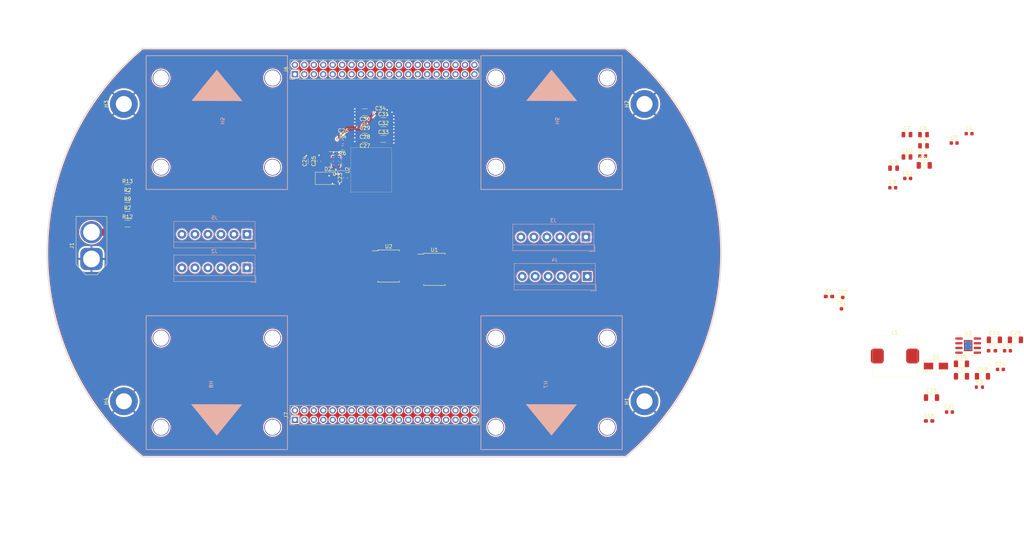
<source format=kicad_pcb>
(kicad_pcb (version 20211014) (generator pcbnew)
  (layers (0 "F.Cu" signal) (31 "B.Cu" power) (34 "B.Paste" user) (35 "F.Paste" user) (36 "B.SilkS" user "B.Silkscreen") (37 "F.SilkS" user "F.Silkscreen") (38 "B.Mask" user) (39 "F.Mask" user) (44 "Edge.Cuts" user))
  (net 0 "")
  (net 3 "+12V")
  (net 4 "GND")
  (net 5 "+5V")
  (net 6 "Net-(C12-Pad1)")
  (net 7 "PWMB_1")
  (net 8 "BIN2_1")
  (net 9 "BIN1_1")
  (net 10 "STBY_1")
  (net 11 "AIN1_1")
  (net 12 "AIN2_1")
  (net 13 "PWMA_1")
  (net 14 "+3V3")
  (net 15 "/Black_1")
  (net 16 "/Blue_1")
  (net 17 "/Green_1")
  (net 18 "PWMB_2")
  (net 19 "BIN2_2")
  (net 20 "BIN1_2")
  (net 21 "STBY_2")
  (net 22 "AIN1_2")
  (net 23 "AIN2_2")
  (net 24 "PWMA_2")
  (net 25 "/yellow_1")
  (net 26 "/AO2_1")
  (net 27 "/AO1_1")
  (net 28 "/Black_2")
  (net 29 "/Blue_2")
  (net 30 "/Green_2")
  (net 31 "/yellow_2")
  (net 32 "/BO2_1")
  (net 33 "/BO1_1")
  (net 34 "/Black_3")
  (net 35 "/Blue_3")
  (net 36 "/Green_3")
  (net 37 "/yellow_3")
  (net 38 "/AO2_2")
  (net 39 "/AO1_2")
  (net 40 "/Black_4")
  (net 41 "/Blue_4")
  (net 42 "/Green_4")
  (net 43 "/yellow_4")
  (net 44 "/BO2_2")
  (net 45 "/BO1_2")
  (net 126 "Net-(J1-Pad2)")
  (net 127 "/5v_FB")
  (net 130 "Net-(C12-Pad2)")
  (net 131 "Net-(C23-Pad1)")
  (net 132 "Net-(C23-Pad2)")
  (net 133 "Net-(U3-Pad5)")
  (net 134 "Net-(TP2-Pad1)")
  (net 139 "/3v3_FB")
  (footprint "Z_mycustom_footprint_lib:Inductor SMD,11.6x10.1x4mm" (layer "F.Cu") (at 252.345 132.82)
    (fp_text reference "L1")
    (fp_text value "15u")
  )
  (footprint "Capacitor_SMD:C_0603_1608Metric" (layer "F.Cu") (at 259.8 79)
    (fp_text reference "C2")
    (fp_text value "100n")
  )
  (footprint "Capacitor_SMD:C_1206_3216Metric" (layer "F.Cu") (at 109.8 69.6 180)
    (fp_text reference "C29")
    (fp_text value "47u")
  )
  (footprint "Capacitor_SMD:C_0603_1608Metric" (layer "F.Cu") (at 267 147.9)
    (fp_text reference "C21")
    (fp_text value "100n")
  )
  (footprint "Capacitor_SMD:C_1206_3216Metric" (layer "F.Cu") (at 275.87 138.27)
    (fp_text reference "C18")
    (fp_text value "47u")
  )
  (footprint "Resistor_SMD:R_0603_1608Metric" (layer "F.Cu") (at 103.9 75.2)
    (fp_text reference "R4")
    (fp_text value "10k")
  )
  (footprint "Resistor_SMD:R_0603_1608Metric_Pad0.98x0.95mm_HandSolder" (layer "F.Cu") (at 278.42 131.4)
    (fp_text reference "R5")
    (fp_text value "3k24")
  )
  (footprint "Capacitor_SMD:C_1206_3216Metric" (layer "F.Cu") (at 95.475 80.395 90)
    (fp_text reference "C24")
    (fp_text value "47u")
  )
  (footprint "MountingHole:MountingHole_4.3mm_M4_DIN965_Pad_TopBottom" (layer "F.Cu") (at 45 65 90)
    (fp_text reference "H3")
    (fp_text value "Hole")
  )
  (footprint "Capacitor_SMD:C_0805_2012Metric" (layer "F.Cu") (at 255.57 79.25)
    (fp_text reference "C10")
    (fp_text value "22u")
  )
  (footprint "Resistor_SMD:R_0603_1608Metric_Pad0.98x0.95mm_HandSolder" (layer "F.Cu") (at 103.8 76.8 180)
    (fp_text reference "R6")
    (fp_text value "5k9")
  )
  (footprint "Capacitor_SMD:C_1206_3216Metric" (layer "F.Cu") (at 260.21 81.51)
    (fp_text reference "C22")
    (fp_text value "47u")
  )
  (footprint "Capacitor_SMD:C_0603_1608Metric" (layer "F.Cu") (at 251.75 87.53)
    (fp_text reference "C8")
    (fp_text value "100n")
  )
  (footprint "Resistor_SMD:R_1206_3216Metric_Pad1.30x1.75mm_HandSolder" (layer "F.Cu") (at 46 92.4)
    (fp_text reference "R9")
    (fp_text value "0.1")
  )
  (footprint "Capacitor_SMD:C_0805_2012Metric" (layer "F.Cu") (at 251.97 82.26)
    (fp_text reference "C3")
    (fp_text value "22u")
  )
  (footprint "Package_SO:SSOP-24_5.3x8.2mm_P0.65mm" (layer "F.Cu") (at 128.5 109.5)
    (fp_text reference "U1")
    (fp_text value "TB6612FNG")
  )
  (footprint "Resistor_SMD:R_0603_1608Metric" (layer "F.Cu") (at 275.05 141.2)
    (fp_text reference "R3")
    (fp_text value "10k")
  )
  (footprint "Resistor_SMD:R_1206_3216Metric_Pad1.30x1.75mm_HandSolder" (layer "F.Cu") (at 46 94.8)
    (fp_text reference "R7")
    (fp_text value "0.1")
  )
  (footprint "Capacitor_SMD:C_0603_1608Metric" (layer "F.Cu") (at 268.26 75.49)
    (fp_text reference "C5")
    (fp_text value "100n")
  )
  (footprint "Capacitor_SMD:C_1206_3216Metric" (layer "F.Cu") (at 109.8 67.2 180)
    (fp_text reference "C30")
    (fp_text value "47u")
  )
  (footprint "Capacitor_SMD:C_0805_2012Metric" (layer "F.Cu") (at 260.02 73.23)
    (fp_text reference "C6")
    (fp_text value "22u")
  )
  (footprint "Package_SO:SSOP-24_5.3x8.2mm_P0.65mm" (layer "F.Cu") (at 116.2 108.6)
    (fp_text reference "U2")
    (fp_text value "TB6612FNG")
  )
  (footprint "Capacitor_SMD:C_0603_1608Metric" (layer "F.Cu") (at 104.575 84.895 90)
    (fp_text reference "C23")
    (fp_text value "100n")
  )
  (footprint "Diode_SMD:D_SMA" (layer "F.Cu") (at 263.37 135.52)
    (fp_text reference "D1")
    (fp_text value "D")
  )
  (footprint "Z_mycustom_footprint_lib:Inductor SMD,11.6x10.1x4mm" (layer "F.Cu") (at 111.475 82.695 90)
    (fp_text reference "L2")
    (fp_text value "15u")
  )
  (footprint "Capacitor_SMD:C_0603_1608Metric" (layer "F.Cu") (at 280.7 136.42)
    (fp_text reference "C14")
    (fp_text value "100n")
  )
  (footprint "Capacitor_SMD:C_0805_2012Metric" (layer "F.Cu") (at 260.02 76.24)
    (fp_text reference "C9")
    (fp_text value "22u")
  )
  (footprint "Capacitor_SMD:C_0603_1608Metric" (layer "F.Cu") (at 255.76 85.02)
    (fp_text reference "C11")
    (fp_text value "100n")
  )
  (footprint "Capacitor_SMD:C_1206_3216Metric" (layer "F.Cu") (at 270.22 138.27)
    (fp_text reference "C17")
    (fp_text value "47u")
  )
  (footprint "Capacitor_SMD:C_0603_1608Metric" (layer "F.Cu") (at 272.27 72.98)
    (fp_text reference "C4")
    (fp_text value "100n")
  )
  (footprint "MountingHole:MountingHole_4.3mm_M4_DIN965_Pad_TopBottom" (layer "F.Cu") (at 185 145 90)
    (fp_text reference "H1")
    (fp_text value "Hole")
  )
  (footprint "Capacitor_SMD:C_0603_1608Metric_Pad1.08x0.95mm_HandSolder" (layer "F.Cu") (at 261.52 150.3)
    (fp_text reference "C16")
    (fp_text value "1n5")
  )
  (footprint "Capacitor_SMD:C_0603_1608Metric" (layer "F.Cu") (at 114 67.6)
    (fp_text reference "C34")
    (fp_text value "100n")
  )
  (footprint "Capacitor_SMD:C_0603_1608Metric" (layer "F.Cu") (at 97.475 80.395 90)
    (fp_text reference "C25")
    (fp_text value "100n")
  )
  (footprint "Capacitor_SMD:C_0603_1608Metric" (layer "F.Cu") (at 282.6 131.4)
    (fp_text reference "C12")
    (fp_text value "100n")
  )
  (footprint "Package_SO:SOIC-8-1EP_3.9x4.9mm_P1.27mm_EP2.29x3mm_ThermalVias" (layer "F.Cu") (at 102.075 80.395 180)
    (fp_text reference "U4")
    (fp_text value "TPS5430DDAR")
  )
  (footprint "MountingHole:MountingHole_4.3mm_M4_DIN965_Pad_TopBottom" (layer "F.Cu") (at 45 145 90)
    (fp_text reference "H4")
    (fp_text value "Hole")
  )
  (footprint "Connector_PinHeader_2.54mm:PinHeader_2x20_P2.54mm_Vertical" (layer "F.Cu") (at 91 57 90)
    (fp_text reference "J6")
    (fp_text value "Conn_02x20_Odd_Even")
  )
  (footprint "Resistor_SMD:R_1206_3216Metric_Pad1.30x1.75mm_HandSolder" (layer "F.Cu") (at 46 97.2)
    (fp_text reference "R12")
    (fp_text value "0.1")
  )
  (footprint "Capacitor_SMD:C_1206_3216Metric" (layer "F.Cu") (at 270.22 134.92)
    (fp_text reference "C19")
    (fp_text value "47u")
  )
  (footprint "TestPoint:TestPoint_Pad_D1.0mm" (layer "F.Cu") (at 238.3 117.07)
    (fp_text reference "TP2")
    (fp_text value "TestPoint")
  )
  (footprint "Capacitor_SMD:C_0603_1608Metric_Pad1.08x0.95mm_HandSolder" (layer "F.Cu") (at 104 73.6)
    (fp_text reference "C26")
    (fp_text value "1n5")
  )
  (footprint "Capacitor_SMD:C_1206_3216Metric" (layer "F.Cu") (at 114.8 74.4)
    (fp_text reference "C33")
    (fp_text value "47u")
  )
  (footprint "Capacitor_SMD:C_1206_3216Metric" (layer "F.Cu") (at 284.72 128.47)
    (fp_text reference "C20")
    (fp_text value "47u")
  )
  (footprint "Capacitor_SMD:C_1206_3216Metric" (layer "F.Cu") (at 114.8 69.6)
    (fp_text reference "C31")
    (fp_text value "47u")
  )
  (footprint "TestPoint:TestPoint_Pad_D1.0mm" (layer "F.Cu") (at 237.96 120.12)
    (fp_text reference "TP1")
    (fp_text value "TestPoint")
  )
  (footprint "Capacitor_SMD:C_1206_3216Metric" (layer "F.Cu") (at 109.8 72 180)
    (fp_text reference "C28")
    (fp_text value "47u")
  )
  (footprint "Capacitor_SMD:C_0805_2012Metric" (layer "F.Cu") (at 255.57 73.23)
    (fp_text reference "C7")
    (fp_text value "22u")
  )
  (footprint "Capacitor_SMD:C_1206_3216Metric" (layer "F.Cu") (at 114.8 72)
    (fp_text reference "C32")
    (fp_text value "47u")
  )
  (footprint "Resistor_SMD:R_1206_3216Metric_Pad1.30x1.75mm_HandSolder" (layer "F.Cu") (at 46 87.6)
    (fp_text reference "R13")
    (fp_text value "0.1")
  )
  (footprint "Capacitor_SMD:C_1206_3216Metric" (layer "F.Cu") (at 109.8 74.4 180)
    (fp_text reference "C27")
    (fp_text value "47u")
  )
  (footprint "Package_SO:SOIC-8-1EP_3.9x4.9mm_P1.27mm_EP2.29x3mm_ThermalVias" (layer "F.Cu") (at 272.02 130.02)
    (fp_text reference "U3")
    (fp_text value "TPS5430DDAR")
  )
  (footprint "MountingHole:MountingHole_4.3mm_M4_DIN965_Pad_TopBottom" (layer "F.Cu") (at 185 65 90)
    (fp_text reference "H2")
    (fp_text value "Hole")
  )
  (footprint "Capacitor_SMD:C_1206_3216Metric" (layer "F.Cu") (at 262.17 144.02)
    (fp_text reference "C15")
    (fp_text value "47u")
  )
  (footprint "Resistor_SMD:R_1206_3216Metric_Pad1.30x1.75mm_HandSolder" (layer "F.Cu") (at 46 90)
    (fp_text reference "R2")
    (fp_text value "0.1")
  )
  (footprint "Capacitor_SMD:C_1206_3216Metric" (layer "F.Cu") (at 279.07 128.47)
    (fp_text reference "C13")
    (fp_text value "47u")
  )
  (footprint "Connector_PinHeader_2.54mm:PinHeader_2x20_P2.54mm_Vertical" (layer "F.Cu") (at 91 150 90)
    (fp_text reference "J7")
    (fp_text value "Conn_02x20_Odd_Even")
  )
  (footprint "Connector_AMASS:AMASS_XT60-M_1x02_P7.20mm_Vertical" (layer "F.Cu") (at 36.3 106.7 90)
    (fp_text reference "J1")
    (fp_text value "Conn_01x02")
  )
  (footprint "Diode_SMD:D_SMA" (layer "F.Cu") (at 99.875 84.995)
    (fp_text reference "D2")
    (fp_text value "D")
  )
  (footprint "Capacitor_SMD:C_0603_1608Metric_Pad1.08x0.95mm_HandSolder" (layer "F.Cu") (at 234.6 116.8)
    (fp_text reference "C1")
    (fp_text value "1n5")
  )
  (footprint "TerminalBlock_4Ucon:TerminalBlock_4Ucon_1x06_P3.50mm_Horizontal" (layer "B.Cu") (at 169.25 100.8 180)
    (fp_text reference "J3")
    (fp_text value "Screw_Terminal_01x06")
  )
  (footprint "TerminalBlock_4Ucon:TerminalBlock_4Ucon_1x06_P3.50mm_Horizontal" (layer "B.Cu") (at 78.1 100.05 180)
    (fp_text reference "J5")
    (fp_text value "Screw_Terminal_01x06")
  )
  (footprint "Z_mycustom_footprint_lib:JGA25-370 DC motor" (layer "B.Cu") (at 160 70 90)
    (fp_text reference "H6")
    (fp_text value "Motor")
  )
  (footprint "TerminalBlock_4Ucon:TerminalBlock_4Ucon_1x06_P3.50mm_Horizontal" (layer "B.Cu") (at 169.6 111.4 180)
    (fp_text reference "J4")
    (fp_text value "Screw_Terminal_01x06")
  )
  (footprint "TerminalBlock_4Ucon:TerminalBlock_4Ucon_1x06_P3.50mm_Horizontal" (layer "B.Cu") (at 78.1 109.1 180)
    (fp_text reference "J2")
    (fp_text value "Screw_Terminal_01x06")
  )
  (footprint "Z_mycustom_footprint_lib:JGA25-370 DC motor" (layer "B.Cu") (at 70 140 -90)
    (fp_text reference "H8")
    (fp_text value "Motor")
  )
  (footprint "Z_mycustom_footprint_lib:JGA25-370 DC motor" (layer "B.Cu") (at 70 70 90)
    (fp_text reference "H5")
    (fp_text value "Motor")
  )
  (footprint "Z_mycustom_footprint_lib:JGA25-370 DC motor" (layer "B.Cu") (at 160 140 -90)
    (fp_text reference "H7")
    (fp_text value "Motor")
  )
  (gr_arc locked (start 180 50) (mid 205.646921 105) (end 180 160) (layer "Edge.Cuts") (width 0.2))
  (gr_arc locked (start 50 160) (mid 24.353079 105) (end 50 50) (layer "Edge.Cuts") (width 0.2))
  (gr_line locked (start 50 50) (end 180 50) (layer "Edge.Cuts") (width 0.2))
  (gr_line locked (start 180 160) (end 50 160) (layer "Edge.Cuts") (width 0.2))
  (segment (start 89.2 90) (end 95.475 83.725) (width 1) (layer "F.Cu") (net 3))
  (segment (start 99.6 81.03) (end 96.315 81.03) (width 0.5) (layer "F.Cu") (net 3))
  (segment (start 96.315 81.03) (end 95.475 81.87) (width 0.5) (layer "F.Cu") (net 3))
  (segment (start 47.55 90) (end 89.2 90) (width 1) (layer "F.Cu") (net 3))
  (segment (start 95.475 83.725) (end 95.475 81.87) (width 1) (layer "F.Cu") (net 3))
  (segment (start 47.55 87.6) (end 47.55 97.2) (width 1) (layer "F.Cu") (net 3))
  (segment (start 97.475 79.62) (end 97.475 78.795) (width 0.5) (layer "F.Cu") (net 4))
  (segment (start 101.425 81.395) (end 101.425 84.545) (width 0.5) (layer "F.Cu") (net 4))
  (segment (start 102.725 81.395) (end 102.725 84.145) (width 0.5) (layer "F.Cu") (net 4))
  (segment (start 101.425 84.545) (end 101.875 84.995) (width 0.5) (layer "F.Cu") (net 4))
  (segment (start 99.6 79.76) (end 96.315 79.76) (width 0.5) (layer "F.Cu") (net 4))
  (segment (start 99.6 79.76) (end 101.44 79.76) (width 0.5) (layer "F.Cu") (net 4))
  (segment (start 95.475 78.92) (end 94.1 78.92) (width 0.5) (layer "F.Cu") (net 4))
  (segment (start 96.315 79.76) (end 95.475 78.92) (width 0.5) (layer "F.Cu") (net 4))
  (segment (start 102.725 84.145) (end 101.875 84.995) (width 0.5) (layer "F.Cu") (net 4))
  (segment (start 94.1 78.92) (end 94.075 78.895) (width 0.5) (layer "F.Cu") (net 4))
  (segment (start 101.44 79.76) (end 102.075 80.395) (width 0.5) (layer "F.Cu") (net 4))
  (via (at 117.6 74.6) (size 0.6) (drill 0.4) (layers "F.Cu" "B.Cu") (net 4))
  (via (at 107.1 67.1) (size 0.6) (drill 0.4) (layers "F.Cu" "B.Cu") (net 4))
  (via (at 117.6 73.7) (size 0.6) (drill 0.4) (layers "F.Cu" "B.Cu") (net 4))
  (via (at 101.4 78) (size 0.6) (drill 0.4) (layers "F.Cu" "B.Cu") (net 4))
  (via (at 107.1 70.8) (size 0.6) (drill 0.4) (layers "F.Cu" "B.Cu") (net 4))
  (via (at 97.475 78.795) (size 0.6) (drill 0.4) (layers "F.Cu" "B.Cu") (net 4))
  (via (at 107.1 66.3) (size 0.6) (drill 0.4) (layers "F.Cu" "B.Cu") (net 4))
  (via (at 115.9 67.9) (size 0.6) (drill 0.4) (layers "F.Cu" "B.Cu") (net 4))
  (via (at 107.1 72.2) (size 0.6) (drill 0.4) (layers "F.Cu" "B.Cu") (net 4))
  (via (at 107.1 69) (size 0.6) (drill 0.4) (layers "F.Cu" "B.Cu") (net 4))
  (via (at 103 86.5) (size 0.6) (drill 0.4) (layers "F.Cu" "B.Cu") (net 4))
  (via (at 100.2 84.3) (size 0.6) (drill 0.4) (layers "F.Cu" "B.Cu") (net 4))
  (via (at 101.1 86.4) (size 0.6) (drill 0.4) (layers "F.Cu" "B.Cu") (net 4))
  (via (at 117.6 71) (size 0.6) (drill 0.4) (layers "F.Cu" "B.Cu") (net 4))
  (via (at 102.8 78) (size 0.6) (drill 0.4) (layers "F.Cu" "B.Cu") (net 4))
  (via (at 117.6 69.1) (size 0.6) (drill 0.4) (layers "F.Cu" "B.Cu") (net 4))
  (via (at 115.8 66.6) (size 0.6) (drill 0.4) (layers "F.Cu" "B.Cu") (net 4))
  (via (at 117.6 68.2) (size 0.6) (drill 0.4) (layers "F.Cu" "B.Cu") (net 4))
  (via (at 102 82.6) (size 0.6) (drill 0.4) (layers "F.Cu" "B.Cu") (net 4))
  (via (at 117.1 67.2) (size 0.6) (drill 0.4) (layers "F.Cu" "B.Cu") (net 4))
  (via (at 117.6 71.8) (size 0.6) (drill 0.4) (layers "F.Cu" "B.Cu") (net 4))
  (via (at 107.1 73.1) (size 0.6) (drill 0.4) (layers "F.Cu" "B.Cu") (net 4))
  (via (at 107.1 68) (size 0.6) (drill 0.4) (layers "F.Cu" "B.Cu") (net 4))
  (via (at 117.6 75.5) (size 0.6) (drill 0.4) (layers "F.Cu" "B.Cu") (net 4))
  (via (at 107.1 75.1) (size 0.6) (drill 0.4) (layers "F.Cu" "B.Cu") (net 4))
  (via (at 94.075 78.895) (size 0.6) (drill 0.4) (layers "F.Cu" "B.Cu") (net 4))
  (via (at 117.6 72.7) (size 0.6) (drill 0.4) (layers "F.Cu" "B.Cu") (net 4))
  (via (at 107.1 69.9) (size 0.6) (drill 0.4) (layers "F.Cu" "B.Cu") (net 4))
  (via (at 117.6 70) (size 0.6) (drill 0.4) (layers "F.Cu" "B.Cu") (net 4))
  (via (at 102 83.8) (size 0.6) (drill 0.4) (layers "F.Cu" "B.Cu") (net 4))
  (via (at 107.1 74.1) (size 0.6) (drill 0.4) (layers "F.Cu" "B.Cu") (net 4))
  (segment (start 113.225 67.6) (end 113.225 76.195) (width 1) (layer "F.Cu") (net 14))
  (segment (start 103.075 75.2) (end 103.075 73.6625) (width 0.3) (layer "F.Cu") (net 14))
  (segment (start 111.275 77.745) (end 111.475 77.945) (width 1) (layer "F.Cu") (net 14))
  (segment (start 112.3 67.6) (end 113.225 67.6) (width 0.3) (layer "F.Cu") (net 14))
  (segment (start 111.275 67.2) (end 111.275 77.745) (width 1) (layer "F.Cu") (net 14))
  (segment (start 103.075 73.6625) (end 103.1375 73.6) (width 0.3) (layer "F.Cu") (net 14))
  (segment (start 103.1375 73.6625) (end 102.4 74.4) (width 0.3) (layer "F.Cu") (net 14))
  (segment (start 103.1375 73.6) (end 103.1375 73.6625) (width 0.3) (layer "F.Cu") (net 14))
  (segment (start 113.225 76.195) (end 111.475 77.945) (width 1) (layer "F.Cu") (net 14))
  (via (at 102.4 74.4) (size 0.6) (drill 0.4) (layers "F.Cu" "B.Cu") (net 14))
  (via (at 112.3 67.6) (size 0.6) (drill 0.4) (layers "F.Cu" "B.Cu") (net 14))
  (segment (start 112.3 67.6) (end 112.3 67.8) (width 0.3) (layer "B.Cu") (net 14))
  (segment (start 105.2 71.6) (end 102.4 74.4) (width 0.3) (layer "B.Cu") (net 14))
  (segment (start 112.3 67.8) (end 108.5 71.6) (width 0.3) (layer "B.Cu") (net 14))
  (segment (start 108.5 71.6) (end 105.2 71.6) (width 0.3) (layer "B.Cu") (net 14))
  (segment (start 42.15 99.5) (end 44.45 97.2) (width 2) (layer "F.Cu") (net 126))
  (segment (start 44.45 97.2) (end 44.45 87.6) (width 2) (layer "F.Cu") (net 126))
  (segment (start 36.3 99.5) (end 42.15 99.5) (width 2) (layer "F.Cu") (net 126))
  (segment (start 111.475 87.445) (end 104.525 87.445) (width 1) (layer "F.Cu") (net 131))
  (segment (start 104.525 87.445) (end 100.325 87.445) (width 1) (layer "F.Cu") (net 131))
  (segment (start 99.6 83.27) (end 97.875 84.995) (width 1) (layer "F.Cu") (net 131))
  (segment (start 100.325 87.445) (end 97.875 84.995) (width 1) (layer "F.Cu") (net 131))
  (segment (start 104.575 85.67) (end 104.575 87.395) (width 0.5) (layer "F.Cu") (net 131))
  (segment (start 104.575 87.395) (end 104.525 87.445) (width 1) (layer "F.Cu") (net 131))
  (segment (start 99.6 82.3) (end 99.6 83.27) (width 1) (layer "F.Cu") (net 131))
  (segment (start 104.575 84.12) (end 104.575 82.325) (width 0.5) (layer "F.Cu") (net 132))
  (segment (start 104.575 82.325) (end 104.55 82.3) (width 0.5) (layer "F.Cu") (net 132))
  (segment (start 104.55 73.9125) (end 104.8625 73.6) (width 0.3) (layer "F.Cu") (net 139))
  (segment (start 104.55 78.49) (end 104.55 73.9125) (width 0.3) (layer "F.Cu") (net 139))
  (zone (net 4) (net_name "GND") (layer "F.Cu") (name "GND_TOP") (connect_pads (clearance 0.3)) (min_thickness 0.2) (fill yes (thermal_gap 0.5) (thermal_bridge_width 0.5))
    (polygon (pts (xy 213.18554 180.905505) (xy 11.7 182.3) (xy 12 37.5) (xy 213.585599 37.005601)))
  )
  (zone (net 4) (net_name "GND") (layer "F.Cu") (connect_pads (clearance 0.4)) (min_thickness 0.2) (fill yes (thermal_gap 0.4) (thermal_bridge_width 0.5))
    (polygon (pts (xy 119.5 76.2) (xy 116.4 76.2) (xy 115.1 75) (xy 115.1 68.8) (xy 114.2 68.4) (xy 114.2 66) (xy 119.5 66)))
  )
  (zone (net 4) (net_name "GND") (layer "F.Cu") (priority 1) (connect_pads (clearance 0.4)) (min_thickness 0.2) (fill yes (thermal_gap 0.3) (thermal_bridge_width 0.8))
    (polygon (pts (xy 109.5 75.3) (xy 105.9 76.7) (xy 104 76.7) (xy 103.4 77.8) (xy 103.5 86.9) (xy 100.9 86.9) (xy 99.8 85.8) (xy 99.8 83.9) (xy 100.9 82.8) (xy 100.9 65.8) (xy 109.5 65.8)))
  )
  (zone (net 14) (net_name "+3V3") (layer "F.Cu") (priority 1) (connect_pads (clearance 0.4)) (min_thickness 0.2) (fill yes (thermal_gap 0.4) (thermal_bridge_width 0.75))
    (polygon (pts (xy 114.9 69) (xy 114.9 75.5) (xy 116.6 76.7) (xy 116.6 80.3) (xy 107.2 80.3) (xy 107.2 76.7) (xy 109.7 75.5) (xy 109.7 65.8) (xy 113.9 65.8) (xy 113.9 68.4)))
  )
  (zone (net 4) (net_name "GND") (layer "B.Cu") (name "GND_BOTTOM") (connect_pads (clearance 0.4)) (min_thickness 0.2) (fill yes (thermal_gap 0.5) (thermal_bridge_width 0.5))
    (polygon (pts (xy 211 178.2) (xy 13.6 178.2) (xy 13.6 39.6) (xy 211 39.6)))
  )
)
</source>
